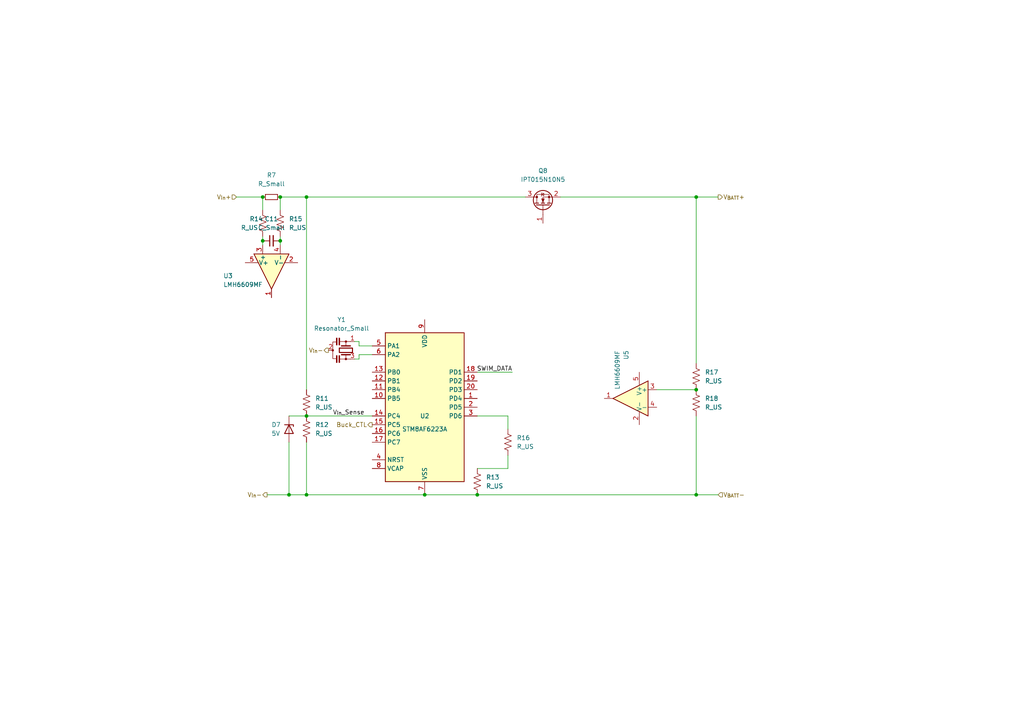
<source format=kicad_sch>
(kicad_sch (version 20210621) (generator eeschema)
  (paper "A4")
  (lib_symbols
    (symbol "Amplifier_Operational:LMH6609MF" (pin_names (offset 0.127))
      (property "Reference" "U" (at -1.27 6.35 0))
      (property "Value" "LMH6609MF" (at -1.27 3.81 0))
      (symbol "LMH6609MF_0_1"
        (polyline (pts (xy -5.08 5.08) (xy 5.08 0) (xy -5.08 -5.08) (xy -5.08 5.08)) (stroke (width 0.254)) (fill (type background)))
        (pin power_in line (at -2.54 -7.62 90) (length 3.81) (name "V-") (number "2"))
        (pin power_in line (at -2.54 7.62 270) (length 3.81) (name "V+") (number "5"))
      )
      (symbol "LMH6609MF_1_1"
        (pin output line (at 7.62 0 180) (length 2.54) (name "~") (number "1"))
        (pin input line (at -7.62 2.54 0) (length 2.54) (name "+") (number "3"))
        (pin input line (at -7.62 -2.54 0) (length 2.54) (name "-") (number "4"))
      )
    )
    (symbol "Device:C_Small" (pin_numbers hide) (pin_names (offset 0.254) hide)
      (property "Reference" "C" (at 0.254 1.778 0))
      (property "Value" "C_Small" (at 0.254 -2.032 0))
      (symbol "C_Small_0_1"
        (polyline (pts (xy -1.524 -0.508) (xy 1.524 -0.508)) (stroke (width 0.3302)))
        (polyline (pts (xy -1.524 0.508) (xy 1.524 0.508)) (stroke (width 0.3048)))
      )
      (symbol "C_Small_1_1"
        (pin passive line (at 0 2.54 270) (length 2.032) (name "~") (number "1"))
        (pin passive line (at 0 -2.54 90) (length 2.032) (name "~") (number "2"))
      )
    )
    (symbol "Device:D_Zener" (pin_numbers hide) (pin_names (offset 1.016) hide)
      (property "Reference" "D" (at 0 2.54 0))
      (property "Value" "D_Zener" (at 0 -2.54 0))
      (symbol "D_Zener_0_1"
        (polyline (pts (xy 1.27 0) (xy -1.27 0)))
        (polyline (pts (xy -1.27 -1.27) (xy -1.27 1.27) (xy -0.762 1.27)) (stroke (width 0.254)))
        (polyline (pts (xy 1.27 -1.27) (xy 1.27 1.27) (xy -1.27 0) (xy 1.27 -1.27)) (stroke (width 0.254)))
      )
      (symbol "D_Zener_1_1"
        (pin passive line (at -3.81 0 0) (length 2.54) (name "K") (number "1"))
        (pin passive line (at 3.81 0 180) (length 2.54) (name "A") (number "2"))
      )
    )
    (symbol "Device:R_Small" (pin_numbers hide) (pin_names (offset 0.254) hide)
      (property "Reference" "R" (at 0.762 0.508 0))
      (property "Value" "R_Small" (at 0.762 -1.016 0))
      (symbol "R_Small_0_1"
        (rectangle (start -0.762 1.778) (end 0.762 -1.778) (stroke (width 0.2032)))
      )
      (symbol "R_Small_1_1"
        (pin passive line (at 0 2.54 270) (length 0.762) (name "~") (number "1"))
        (pin passive line (at 0 -2.54 90) (length 0.762) (name "~") (number "2"))
      )
    )
    (symbol "Device:R_US" (pin_numbers hide) (pin_names (offset 0))
      (property "Reference" "R" (at 2.54 0 90))
      (property "Value" "R_US" (at -2.54 0 90))
      (symbol "R_US_0_1"
        (polyline (pts (xy 0 -2.286) (xy 0 -2.54)))
        (polyline (pts (xy 0 2.286) (xy 0 2.54)))
        (polyline (pts (xy 0 -0.762) (xy 1.016 -1.143) (xy 0 -1.524) (xy -1.016 -1.905) (xy 0 -2.286)))
        (polyline (pts (xy 0 0.762) (xy 1.016 0.381) (xy 0 0) (xy -1.016 -0.381) (xy 0 -0.762)))
        (polyline (pts (xy 0 2.286) (xy 1.016 1.905) (xy 0 1.524) (xy -1.016 1.143) (xy 0 0.762)))
      )
      (symbol "R_US_1_1"
        (pin passive line (at 0 3.81 270) (length 1.27) (name "~") (number "1"))
        (pin passive line (at 0 -3.81 90) (length 1.27) (name "~") (number "2"))
      )
    )
    (symbol "Device:Resonator_Small" (pin_names (offset 1.016) hide)
      (property "Reference" "Y" (at 3.175 1.905 0))
      (property "Value" "Resonator_Small" (at 3.175 0 0))
      (symbol "Resonator_Small_0_1"
        (rectangle (start -3.556 -2.54) (end -1.524 -2.794) (fill (type outline)))
        (rectangle (start -3.556 -1.778) (end -1.524 -2.032) (fill (type outline)))
        (circle (center -2.54 0) (radius 0.254) (fill (type outline)))
        (rectangle (start -0.635 1.905) (end 0.635 -1.905) (stroke (width 0.3048)))
        (circle (center 0 -3.81) (radius 0.254) (fill (type outline)))
        (polyline (pts (xy -2.54 -1.778) (xy -2.54 0)))
        (polyline (pts (xy -2.54 0) (xy -1.397 0)))
        (polyline (pts (xy -2.54 1.27) (xy -2.54 0)))
        (polyline (pts (xy -1.27 -1.27) (xy -1.27 1.27)) (stroke (width 0.381)))
        (polyline (pts (xy 1.27 -1.27) (xy 1.27 1.27)) (stroke (width 0.381)))
        (polyline (pts (xy 1.27 0) (xy 2.54 0)))
        (polyline (pts (xy 2.54 0) (xy 2.54 -1.778)))
        (polyline (pts (xy 2.54 1.27) (xy 2.54 0)))
        (polyline (pts (xy 2.413 -2.794) (xy 2.413 -3.81) (xy -2.413 -3.81) (xy -2.413 -2.667)))
        (rectangle (start 1.524 -2.54) (end 3.556 -2.794) (fill (type outline)))
        (rectangle (start 1.524 -1.778) (end 3.556 -2.032) (fill (type outline)))
        (circle (center 2.54 0) (radius 0.254) (fill (type outline)))
      )
      (symbol "Resonator_Small_1_1"
        (pin passive line (at -2.54 2.54 270) (length 1.27) (name "1") (number "1"))
        (pin passive line (at 0 -5.08 90) (length 1.27) (name "2") (number "2"))
        (pin passive line (at 2.54 2.54 270) (length 1.27) (name "3") (number "3"))
      )
    )
    (symbol "MCU_ST_STM8:STM8AF6223A"
      (property "Reference" "U" (at 1.27 25.4 0))
      (property "Value" "STM8AF6223A" (at 1.27 22.86 0))
      (symbol "STM8AF6223A_0_1"
        (rectangle (start -11.43 21.59) (end 11.43 -21.59) (stroke (width 0.254)) (fill (type background)))
      )
      (symbol "STM8AF6223A_1_1"
        (pin bidirectional line (at 15.24 2.54 180) (length 3.81) (name "PD4") (number "1"))
        (pin bidirectional line (at -15.24 2.54 0) (length 3.81) (name "PB5") (number "10"))
        (pin bidirectional line (at -15.24 5.08 0) (length 3.81) (name "PB4") (number "11"))
        (pin bidirectional line (at -15.24 7.62 0) (length 3.81) (name "PB1") (number "12"))
        (pin bidirectional line (at -15.24 10.16 0) (length 3.81) (name "PB0") (number "13"))
        (pin bidirectional line (at -15.24 -2.54 0) (length 3.81) (name "PC4") (number "14"))
        (pin bidirectional line (at -15.24 -5.08 0) (length 3.81) (name "PC5") (number "15"))
        (pin bidirectional line (at -15.24 -7.62 0) (length 3.81) (name "PC6") (number "16"))
        (pin bidirectional line (at -15.24 -10.16 0) (length 3.81) (name "PC7") (number "17"))
        (pin bidirectional line (at 15.24 10.16 180) (length 3.81) (name "PD1") (number "18"))
        (pin bidirectional line (at 15.24 7.62 180) (length 3.81) (name "PD2") (number "19"))
        (pin bidirectional line (at 15.24 0 180) (length 3.81) (name "PD5") (number "2"))
        (pin bidirectional line (at 15.24 5.08 180) (length 3.81) (name "PD3") (number "20"))
        (pin bidirectional line (at 15.24 -2.54 180) (length 3.81) (name "PD6") (number "3"))
        (pin input line (at -15.24 -15.24 0) (length 3.81) (name "NRST") (number "4"))
        (pin bidirectional line (at -15.24 17.78 0) (length 3.81) (name "PA1") (number "5"))
        (pin bidirectional line (at -15.24 15.24 0) (length 3.81) (name "PA2") (number "6"))
        (pin power_in line (at 0 -25.4 90) (length 3.81) (name "VSS") (number "7"))
        (pin input line (at -15.24 -17.78 0) (length 3.81) (name "VCAP") (number "8"))
        (pin power_in line (at 0 25.4 270) (length 3.81) (name "VDD") (number "9"))
      )
    )
    (symbol "Transistor_FET:IPT015N10N5" (pin_names hide)
      (property "Reference" "Q" (at 5.08 1.905 0))
      (property "Value" "IPT015N10N5" (at 5.08 0 0))
      (symbol "IPT015N10N5_0_1"
        (polyline (pts (xy 0.254 0) (xy -2.54 0)))
        (polyline (pts (xy 0.254 1.905) (xy 0.254 -1.905)) (stroke (width 0.254)))
        (polyline (pts (xy 0.762 -1.27) (xy 0.762 -2.286)) (stroke (width 0.254)))
        (polyline (pts (xy 0.762 0.508) (xy 0.762 -0.508)) (stroke (width 0.254)))
        (polyline (pts (xy 0.762 2.286) (xy 0.762 1.27)) (stroke (width 0.254)))
        (polyline (pts (xy 2.54 2.54) (xy 2.54 1.778)))
        (polyline (pts (xy 2.54 -2.54) (xy 2.54 0) (xy 0.762 0)))
        (polyline (pts (xy 0.762 -1.778) (xy 3.302 -1.778) (xy 3.302 1.778) (xy 0.762 1.778)))
        (polyline (pts (xy 1.016 0) (xy 2.032 0.381) (xy 2.032 -0.381) (xy 1.016 0)) (fill (type outline)))
        (polyline (pts (xy 2.794 0.508) (xy 2.921 0.381) (xy 3.683 0.381) (xy 3.81 0.254)))
        (polyline (pts (xy 3.302 0.381) (xy 2.921 -0.254) (xy 3.683 -0.254) (xy 3.302 0.381)))
        (circle (center 1.651 0) (radius 2.794) (stroke (width 0.254)))
        (circle (center 2.54 -1.778) (radius 0.254) (fill (type outline)))
        (circle (center 2.54 1.778) (radius 0.254) (fill (type outline)))
      )
      (symbol "IPT015N10N5_1_1"
        (pin input line (at -5.08 0 0) (length 2.54) (name "G") (number "1"))
        (pin passive line (at 2.54 -5.08 90) (length 2.54) (name "S") (number "2"))
        (pin passive line (at 2.54 5.08 270) (length 2.54) (name "D") (number "3"))
      )
    )
  )
  (junction (at 83.82 143.51))
  (junction (at 81.28 57.15))
  (junction (at 201.93 143.51))
  (junction (at 81.28 69.85))
  (junction (at 76.2 57.15))
  (junction (at 88.9 120.65))
  (junction (at 201.93 113.03))
  (junction (at 123.19 143.51))
  (junction (at 76.2 69.85))
  (junction (at 88.9 57.15))
  (junction (at 201.93 57.15))
  (junction (at 88.9 143.51))
  (junction (at 138.43 143.51))
  (wire (pts (xy 201.93 120.65) (xy 201.93 143.51)))
  (wire (pts (xy 138.43 143.51) (xy 201.93 143.51)))
  (wire (pts (xy 123.19 143.51) (xy 138.43 143.51)))
  (wire (pts (xy 201.93 143.51) (xy 208.28 143.51)))
  (wire (pts (xy 88.9 143.51) (xy 123.19 143.51)))
  (wire (pts (xy 138.43 135.89) (xy 147.32 135.89)))
  (wire (pts (xy 81.28 57.15) (xy 81.28 60.96)))
  (wire (pts (xy 88.9 120.65) (xy 83.82 120.65)))
  (wire (pts (xy 68.58 57.15) (xy 76.2 57.15)))
  (wire (pts (xy 76.2 60.96) (xy 76.2 57.15)))
  (wire (pts (xy 88.9 57.15) (xy 88.9 113.03)))
  (wire (pts (xy 77.47 143.51) (xy 83.82 143.51)))
  (wire (pts (xy 83.82 143.51) (xy 88.9 143.51)))
  (wire (pts (xy 147.32 120.65) (xy 147.32 124.46)))
  (wire (pts (xy 138.43 120.65) (xy 147.32 120.65)))
  (wire (pts (xy 107.95 100.33) (xy 104.14 100.33)))
  (wire (pts (xy 104.14 99.06) (xy 102.87 99.06)))
  (wire (pts (xy 104.14 100.33) (xy 104.14 99.06)))
  (wire (pts (xy 88.9 128.27) (xy 88.9 143.51)))
  (wire (pts (xy 107.95 102.87) (xy 104.14 102.87)))
  (wire (pts (xy 104.14 102.87) (xy 104.14 104.14)))
  (wire (pts (xy 104.14 104.14) (xy 102.87 104.14)))
  (wire (pts (xy 81.28 69.85) (xy 81.28 71.12)))
  (wire (pts (xy 81.28 68.58) (xy 81.28 69.85)))
  (wire (pts (xy 76.2 69.85) (xy 76.2 71.12)))
  (wire (pts (xy 76.2 68.58) (xy 76.2 69.85)))
  (wire (pts (xy 201.93 57.15) (xy 208.28 57.15)))
  (wire (pts (xy 83.82 128.27) (xy 83.82 143.51)))
  (wire (pts (xy 201.93 57.15) (xy 201.93 105.41)))
  (wire (pts (xy 81.28 57.15) (xy 88.9 57.15)))
  (wire (pts (xy 162.56 57.15) (xy 201.93 57.15)))
  (wire (pts (xy 88.9 57.15) (xy 152.4 57.15)))
  (wire (pts (xy 190.5 113.03) (xy 201.93 113.03)))
  (wire (pts (xy 107.95 120.65) (xy 88.9 120.65)))
  (wire (pts (xy 138.43 107.95) (xy 148.59 107.95)))
  (wire (pts (xy 147.32 132.08) (xy 147.32 135.89)))
  (label "V_{in}_Sense" (at 96.52 120.65 0))
  (label "SWIM_DATA" (at 148.59 107.95 180))
  (hierarchical_label "V_{in}-" (shape output) (at 95.25 101.6 180))
  (hierarchical_label "V_{in}+" (shape input) (at 68.58 57.15 180))
  (hierarchical_label "V_{BATT}-" (shape input) (at 208.28 143.51 0))
  (hierarchical_label "V_{BATT}+" (shape output) (at 208.28 57.15 0))
  (hierarchical_label "Buck_CTL" (shape output) (at 107.95 123.19 180))
  (hierarchical_label "V_{in}-" (shape output) (at 77.47 143.51 180))
  (symbol (lib_id "Device:D_Zener") (at 83.82 124.46 270) (unit 1)
    (property "Reference" "D7" (at 78.74 123.19 90) (effects (justify left)))
    (property "Value" "5V" (at 78.74 125.73 90) (effects (justify left)))
    (property "Footprint" "Diode_SMD:D_0603_1608Metric" (effects hide))
  )
  (symbol (lib_id "Device:R_US") (at 76.2 64.77 0) (unit 1)
    (property "Reference" "R14" (at 72.39 63.5 0) (effects (justify left)))
    (property "Value" "R_US" (at 69.85 66.04 0) (effects (justify left)))
    (property "Footprint" "Resistor_SMD:R_0603_1608Metric" (effects hide))
  )
  (symbol (lib_id "Device:R_US") (at 81.28 64.77 0) (unit 1)
    (property "Reference" "R15" (at 83.82 63.4999 0) (effects (justify left)))
    (property "Value" "R_US" (at 83.82 66.0399 0) (effects (justify left)))
    (property "Footprint" "Resistor_SMD:R_0603_1608Metric" (effects hide))
  )
  (symbol (lib_id "Device:Resonator_Small") (at 100.33 101.6 270) (unit 1)
    (property "Reference" "Y1" (at 99.06 92.71 90))
    (property "Value" "Resonator_Small" (at 99.06 95.25 90))
    (property "Footprint" "Crystal:Resonator_SMD_Murata_CSTxExxV-3Pin_3.0x1.1mm_HandSoldering" (effects hide))
  )
  (symbol (lib_id "Device:R_Small") (at 78.74 57.15 90) (unit 1)
    (property "Reference" "R7" (at 78.74 50.8 90))
    (property "Value" "R_Small" (at 78.74 53.34 90))
    (property "Footprint" "Resistor_SMD:R_4020_10251Metric" (effects hide))
  )
  (symbol (lib_id "Device:R_US") (at 88.9 124.46 0) (unit 1)
    (property "Reference" "R12" (at 91.44 123.1899 0) (effects (justify left)))
    (property "Value" "R_US" (at 91.44 125.7299 0) (effects (justify left)))
    (property "Footprint" "Resistor_SMD:R_0603_1608Metric" (effects hide))
  )
  (symbol (lib_id "Device:C_Small") (at 78.74 69.85 90) (unit 1)
    (property "Reference" "C11" (at 78.74 63.5 90))
    (property "Value" "C_Small" (at 78.74 66.04 90))
    (property "Footprint" "Capacitor_SMD:C_0603_1608Metric" (effects hide))
  )
  (symbol (lib_id "Transistor_FET:IPT015N10N5") (at 157.48 59.69 90) (unit 1)
    (property "Reference" "Q8" (at 157.48 49.53 90))
    (property "Value" "IPT015N10N5" (at 157.48 52.07 90))
    (property "Footprint" "Package_TO_SOT_SMD:Infineon_PG-HSOF-8-1" (effects hide))
    (property "Datasheet" "http://www.infineon.com/dgdl/Infineon-IPT015N10N5-DS-v02_01-EN.pdf?fileId=5546d4624a75e5f1014ac94680661aff" (effects hide))
  )
  (symbol (lib_id "Device:R_US") (at 88.9 116.84 0) (unit 1)
    (property "Reference" "R11" (at 91.44 115.5699 0) (effects (justify left)))
    (property "Value" "R_US" (at 91.44 118.1099 0) (effects (justify left)))
    (property "Footprint" "Resistor_SMD:R_0603_1608Metric" (effects hide))
  )
  (symbol (lib_id "Device:R_US") (at 201.93 109.22 0) (unit 1)
    (property "Reference" "R17" (at 204.47 107.9499 0) (effects (justify left)))
    (property "Value" "R_US" (at 204.47 110.4899 0) (effects (justify left)))
    (property "Footprint" "Resistor_SMD:R_0603_1608Metric" (effects hide))
  )
  (symbol (lib_id "Device:R_US") (at 201.93 116.84 0) (unit 1)
    (property "Reference" "R18" (at 204.47 115.5699 0) (effects (justify left)))
    (property "Value" "R_US" (at 204.47 118.1099 0) (effects (justify left)))
    (property "Footprint" "Resistor_SMD:R_0603_1608Metric" (effects hide))
  )
  (symbol (lib_id "Device:R_US") (at 147.32 128.27 0) (unit 1)
    (property "Reference" "R16" (at 149.86 126.9999 0) (effects (justify left)))
    (property "Value" "R_US" (at 149.86 129.5399 0) (effects (justify left)))
    (property "Footprint" "Resistor_SMD:R_0603_1608Metric" (effects hide))
  )
  (symbol (lib_id "MCU_ST_STM8:STM8AF6223A") (at 123.19 118.11 0) (unit 1)
    (property "Reference" "U2" (at 123.19 120.65 0))
    (property "Value" "STM8AF6223A" (at 123.19 124.46 0))
    (property "Footprint" "Package_SO:TSSOP-20_4.4x6.5mm_P0.65mm" (effects hide))
    (property "Datasheet" "http://www.st.com/resource/en/datasheet/stm8af6223.pdf" (effects hide))
  )
  (symbol (lib_id "Device:R_US") (at 138.43 139.7 0) (unit 1)
    (property "Reference" "R13" (at 140.97 138.4299 0) (effects (justify left)))
    (property "Value" "R_US" (at 140.97 140.9699 0) (effects (justify left)))
    (property "Footprint" "Resistor_SMD:R_0603_1608Metric" (effects hide))
  )
  (symbol (lib_id "Amplifier_Operational:LMH6609MF") (at 78.74 78.74 90) (mirror x) (unit 1)
    (property "Reference" "U3" (at 64.77 80.01 90) (effects (justify right)))
    (property "Value" "LMH6609MF" (at 64.77 82.55 90) (effects (justify right)))
    (property "Footprint" "Package_TO_SOT_SMD:SOT-23-5" (effects hide))
    (property "Datasheet" "http://www.ti.com/lit/ds/symlink/lmh6609.pdf" (effects hide))
  )
  (symbol (lib_id "Amplifier_Operational:LMH6609MF") (at 182.88 115.57 0) (mirror y) (unit 1)
    (property "Reference" "U5" (at 181.61 101.6 90) (effects (justify right)))
    (property "Value" "LMH6609MF" (at 179.07 101.6 90) (effects (justify right)))
    (property "Footprint" "Package_TO_SOT_SMD:SOT-23-5" (effects hide))
    (property "Datasheet" "http://www.ti.com/lit/ds/symlink/lmh6609.pdf" (effects hide))
  )
)
</source>
